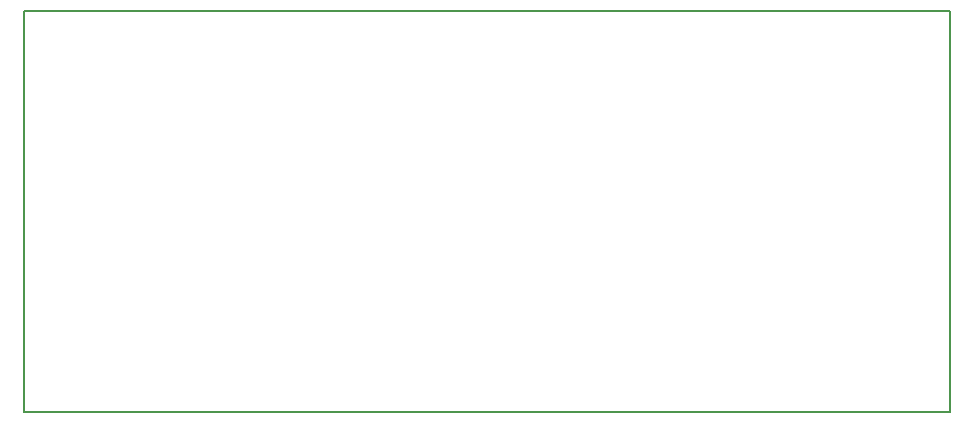
<source format=gm1>
G04 MADE WITH FRITZING*
G04 WWW.FRITZING.ORG*
G04 DOUBLE SIDED*
G04 HOLES PLATED*
G04 CONTOUR ON CENTER OF CONTOUR VECTOR*
%ASAXBY*%
%FSLAX23Y23*%
%MOIN*%
%OFA0B0*%
%SFA1.0B1.0*%
%ADD10R,3.093618X1.341658*%
%ADD11C,0.007008*%
%ADD10C,0.008*%
%LNCONTOUR*%
G90*
G70*
G54D10*
G54D11*
X228Y1335D02*
X3315Y1335D01*
X3315Y0D01*
X228Y0D01*
X228Y1335D01*
D02*
G04 End of contour*
M02*
</source>
